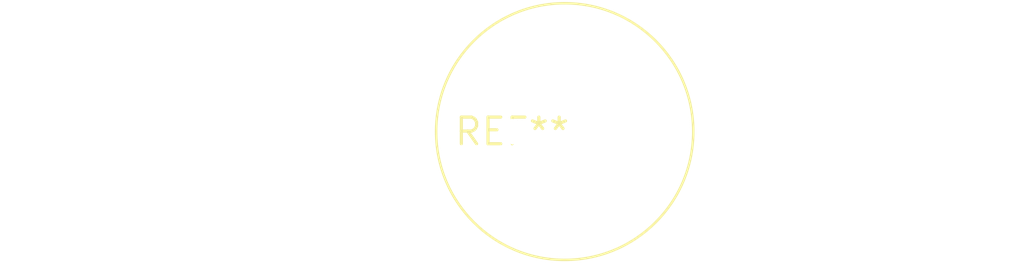
<source format=kicad_pcb>
(kicad_pcb (version 20240108) (generator pcbnew)
  (layers (0 "F.Cu" signal) (31 "B.Cu" signal) (34 "B.Paste" user) (35 "F.Paste" user) (36 "B.SilkS" user "B.Silkscreen") (37 "F.SilkS" user "F.Silkscreen") (38 "B.Mask" user) (39 "F.Mask" user) (44 "Edge.Cuts" user))
  (net 0 "")
  (footprint "L_Radial_D12.0mm_P5.00mm_Neosid_SD12k_style2" (layer "F.Cu") (at 0 0)
    (property "Reference" "REF**")
    (property "Value" "L_Radial_D12.0mm_P5.00mm_Neosid_SD12k_style2")
    (fp_circle (center 2.5 0) (end 8.62 0) (layer "F.SilkS") (stroke (width 0.12)) (fill none))
    (pad "1" thru_hole circle (at 0 0) (size 2.4 2.4) (drill 1.2) (layers *.Cu *.Mask) (remove_unused_layers))
    (pad "2" thru_hole circle (at 5 0) (size 2.4 2.4) (drill 1.2) (layers *.Cu *.Mask) (remove_unused_layers))
  )
)
</source>
